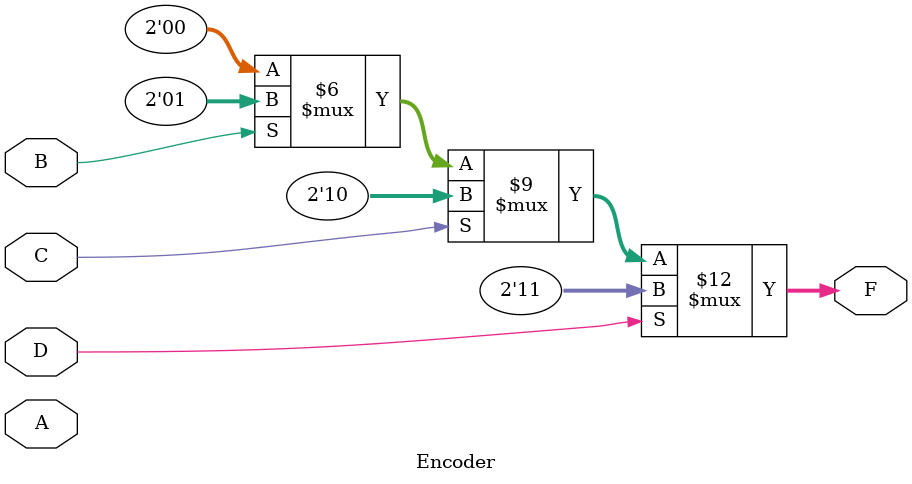
<source format=v>
module Encoder(A,B,C,D,F);
input A,B,C,D;
output [1:0] F;
reg [1:0] F;
always @(A or B or C or D)
if(D == 1'b1)
F <= 2'b11;
else if(C == 1'b1)
F <= 2'b10;
else if(B == 1'b1)
F <= 2'b01;
else
F <= 2'b00;
endmodule 
</source>
